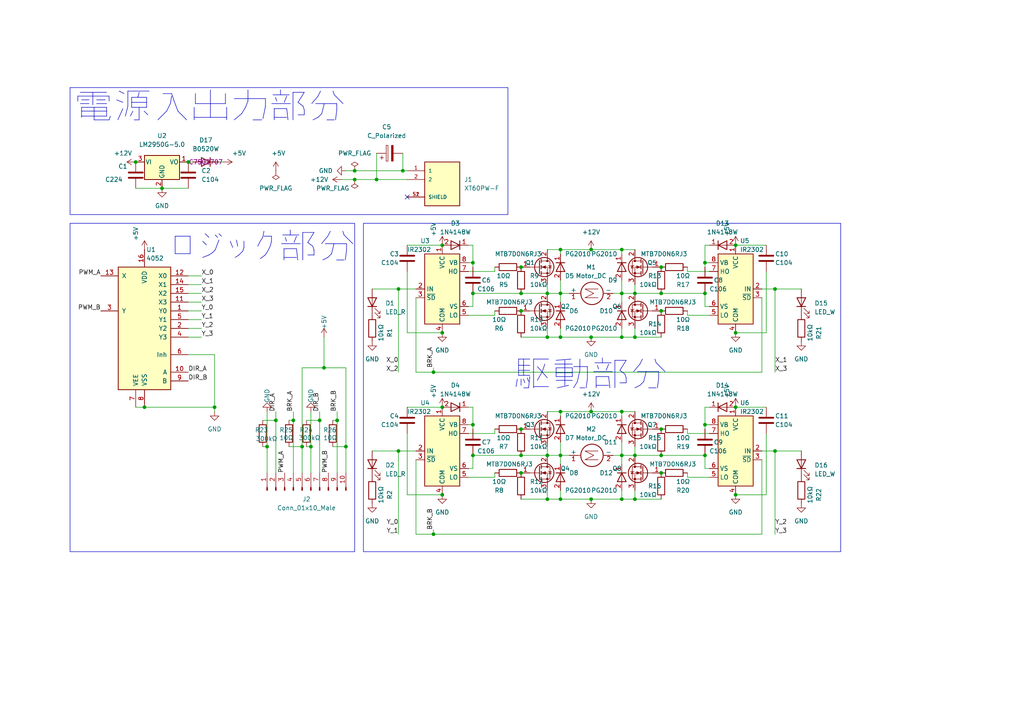
<source format=kicad_sch>
(kicad_sch (version 20250114) (generator "eeschema") (generator_version "9.0")
  (paper "A4")
  (lib_symbols
    (symbol "4xxx:4052" (pin_names (offset 1.016))
      (property "Reference" "U" (at -7.62 19.05 0))
      (property "Value" "4052" (at -7.62 -19.05 0))
      (symbol "4052_1_0"
        (pin passive line (at -12.7 15.24 0) (length 5.08) (name "X0") (number "12"))
        (pin passive line (at -12.7 12.7 0) (length 5.08) (name "X1") (number "14"))
        (pin passive line (at -12.7 10.16 0) (length 5.08) (name "X2") (number "15"))
        (pin passive line (at -12.7 7.62 0) (length 5.08) (name "X3") (number "11"))
        (pin passive line (at -12.7 5.08 0) (length 5.08) (name "Y0") (number "1"))
        (pin passive line (at -12.7 2.54 0) (length 5.08) (name "Y1") (number "5"))
        (pin passive line (at -12.7 0 0) (length 5.08) (name "Y2") (number "2"))
        (pin passive line (at -12.7 -2.54 0) (length 5.08) (name "Y3") (number "4"))
        (pin input line (at -12.7 -7.62 0) (length 5.08) (name "Inh") (number "6"))
        (pin input line (at -12.7 -12.7 0) (length 5.08) (name "A") (number "10"))
        (pin input line (at -12.7 -15.24 0) (length 5.08) (name "B") (number "9"))
        (pin power_in line (at 0 22.86 270) (length 5.08) (name "VDD") (number "16"))
        (pin power_in line (at 0 -22.86 90) (length 5.08) (name "VSS") (number "8"))
        (pin power_in line (at 2.54 -22.86 90) (length 5.08) (name "VEE") (number "7"))
        (pin passive line (at 12.7 15.24 180) (length 5.08) (name "X") (number "13"))
        (pin passive line (at 12.7 5.08 180) (length 5.08) (name "Y") (number "3"))
      )
    )
    (symbol "Connector:Conn_01x10_Male" (pin_names (offset 1.016) (hide yes))
      (property "Reference" "J" (at 0 12.7 0))
      (property "Value" "Conn_01x10_Male" (at 0 -15.24 0))
      (symbol "Conn_01x10_Male_1_1"
        (pin passive line (at 5.08 10.16 180) (length 3.81) (name "Pin_1") (number "1"))
        (pin passive line (at 5.08 7.62 180) (length 3.81) (name "Pin_2") (number "2"))
        (pin passive line (at 5.08 5.08 180) (length 3.81) (name "Pin_3") (number "3"))
        (pin passive line (at 5.08 2.54 180) (length 3.81) (name "Pin_4") (number "4"))
        (pin passive line (at 5.08 0 180) (length 3.81) (name "Pin_5") (number "5"))
        (pin passive line (at 5.08 -2.54 180) (length 3.81) (name "Pin_6") (number "6"))
        (pin passive line (at 5.08 -5.08 180) (length 3.81) (name "Pin_7") (number "7"))
        (pin passive line (at 5.08 -7.62 180) (length 3.81) (name "Pin_8") (number "8"))
        (pin passive line (at 5.08 -10.16 180) (length 3.81) (name "Pin_9") (number "9"))
        (pin passive line (at 5.08 -12.7 180) (length 3.81) (name "Pin_10") (number "10"))
      )
    )
    (symbol "D_1" (pin_names (offset 1.016) (hide yes))
      (property "Reference" "D" (at 0 2.54 0))
      (property "Value" "D_1" (at 0 -2.54 0))
      (symbol "D_1_1_1"
        (pin passive line (at -3.81 0 0) (length 2.54) (name "K") (number "1"))
        (pin passive line (at 3.81 0 180) (length 2.54) (name "A") (number "2"))
      )
    )
    (symbol "D_2" (pin_numbers (hide yes)) (pin_names (offset 1.016) (hide yes))
      (property "Reference" "D" (at 0 2.54 0))
      (property "Value" "D" (at 0 -2.54 0))
      (symbol "D_2_1_1"
        (pin passive line (at -3.81 0 0) (length 2.54) (name "K") (number "1"))
        (pin passive line (at 3.81 0 180) (length 2.54) (name "A") (number "2"))
      )
    )
    (symbol "Device:C" (pin_numbers (hide yes)) (pin_names (offset 0.254))
      (property "Reference" "C" (at 0.635 2.54 0))
      (property "Value" "C" (at 0.635 -2.54 0))
      (symbol "C_1_1"
        (pin passive line (at 0 3.81 270) (length 2.794) (name "~") (number "1"))
        (pin passive line (at 0 -3.81 90) (length 2.794) (name "~") (number "2"))
      )
    )
    (symbol "Device:C_Polarized" (pin_numbers (hide yes)) (pin_names (offset 0.254))
      (property "Reference" "C" (at 0.635 2.54 0))
      (property "Value" "C_Polarized" (at 0.635 -2.54 0))
      (symbol "C_Polarized_1_1"
        (pin passive line (at 0 3.81 270) (length 2.794) (name "~") (number "1"))
        (pin passive line (at 0 -3.81 90) (length 2.794) (name "~") (number "2"))
      )
    )
    (symbol "Device:D" (pin_names (offset 1.016) (hide yes))
      (property "Reference" "D" (at 0 2.54 0))
      (property "Value" "D" (at 0 -2.54 0))
      (symbol "D_1_1"
        (pin passive line (at -3.81 0 0) (length 2.54) (name "K") (number "1"))
        (pin passive line (at 3.81 0 180) (length 2.54) (name "A") (number "2"))
      )
    )
    (symbol "Device:LED" (pin_numbers (hide yes)) (pin_names (offset 1.016) (hide yes))
      (property "Reference" "D" (at 0 2.54 0))
      (property "Value" "LED" (at 0 -2.54 0))
      (symbol "LED_1_1"
        (pin passive line (at -3.81 0 0) (length 2.54) (name "K") (number "1"))
        (pin passive line (at 3.81 0 180) (length 2.54) (name "A") (number "2"))
      )
    )
    (symbol "Device:Q_NMOS_GDS" (pin_names (offset 0) (hide yes))
      (property "Reference" "Q" (at 5.08 1.27 0))
      (property "Value" "Q_NMOS_GDS" (at 5.08 -1.27 0))
      (symbol "Q_NMOS_GDS_1_1"
        (pin input line (at -5.08 0 0) (length 2.54) (name "G") (number "1"))
        (pin passive line (at 2.54 5.08 270) (length 2.54) (name "D") (number "2"))
        (pin passive line (at 2.54 -5.08 90) (length 2.54) (name "S") (number "3"))
      )
    )
    (symbol "Device:R" (pin_numbers (hide yes)) (pin_names (offset 0))
      (property "Reference" "R" (at 2.032 0 90))
      (property "Value" "R" (at 0 0 90))
      (symbol "R_1_1"
        (pin passive line (at 0 3.81 270) (length 1.27) (name "~") (number "1"))
        (pin passive line (at 0 -3.81 90) (length 1.27) (name "~") (number "2"))
      )
    )
    (symbol "Driver_FET:IR2302"
      (property "Reference" "U" (at 1.27 13.335 0))
      (property "Value" "IR2302" (at 1.27 11.43 0))
      (symbol "IR2302_1_1"
        (pin input line (at -7.62 0 0) (length 2.54) (name "IN") (number "2"))
        (pin input line (at -7.62 -2.54 0) (length 2.54) (name "~{SD}") (number "3"))
        (pin power_in line (at 0 12.7 270) (length 2.54) (name "VCC") (number "1"))
        (pin power_in line (at 0 -12.7 90) (length 2.54) (name "COM") (number "4"))
        (pin passive line (at 7.62 7.62 180) (length 2.54) (name "VB") (number "8"))
        (pin output line (at 7.62 5.08 180) (length 2.54) (name "HO") (number "7"))
        (pin passive line (at 7.62 -5.08 180) (length 2.54) (name "VS") (number "6"))
        (pin output line (at 7.62 -7.62 180) (length 2.54) (name "LO") (number "5"))
      )
    )
    (symbol "Motor:Motor_DC" (pin_names (offset 0))
      (property "Reference" "M" (at 2.54 2.54 0))
      (property "Value" "Motor_DC" (at 2.54 -5.08 0))
      (symbol "Motor_DC_1_1"
        (pin passive line (at 0 5.08 270) (length 2.54) (name "+") (number "1"))
        (pin passive line (at 0 -7.62 90) (length 2.54) (name "-") (number "2"))
      )
    )
    (symbol "Regulator_Linear:LM2936-5.0_TO92" (pin_names (offset 0.254))
      (property "Reference" "U" (at -3.81 3.175 0))
      (property "Value" "LM2936-5.0_TO92" (at 0 3.175 0))
      (symbol "LM2936-5.0_TO92_1_1"
        (pin power_in line (at -7.62 0 0) (length 2.54) (name "VI") (number "3"))
        (pin power_in line (at 0 -7.62 90) (length 2.54) (name "GND") (number "2"))
        (pin power_out line (at 7.62 0 180) (length 2.54) (name "VO") (number "1"))
      )
    )
    (symbol "XT60PW-F:XT60PW-F" (pin_names (offset 1.016))
      (property "Reference" "J" (at -5.08 6.35 0))
      (property "Value" "XT60PW-F" (at -5.08 -8.89 0))
      (symbol "XT60PW-F_0_0"
        (pin passive line (at -10.16 2.54 0) (length 5.08) (name "1") (number "1"))
        (pin passive line (at -10.16 0 0) (length 5.08) (name "2") (number "2"))
        (pin passive line (at -10.16 -5.08 0) (length 5.08) (name "SHIELD") (number "S1"))
        (pin passive line (at -10.16 -5.08 0) (length 5.08) (name "SHIELD") (number "S2"))
      )
    )
    (symbol "power:+12V" (power) (pin_names (offset 0))
      (property "Value" "+12V" (at 0 3.556 0))
      (symbol "+12V_1_1"
        (pin power_in line (at 0 0 90) (length 0) (hide yes) (name "+12V") (number "1"))
      )
    )
    (symbol "power:+5V" (power) (pin_names (offset 0))
      (property "Value" "+5V" (at 0 3.556 0))
      (symbol "+5V_1_1"
        (pin power_in line (at 0 0 90) (length 0) (hide yes) (name "+5V") (number "1"))
      )
    )
    (symbol "power:GND" (power) (pin_names (offset 0))
      (property "Value" "GND" (at 0 -3.81 0))
      (symbol "GND_1_1"
        (pin power_in line (at 0 0 270) (length 0) (hide yes) (name "GND") (number "1"))
      )
    )
    (symbol "power:PWR_FLAG" (power) (pin_numbers (hide yes)) (pin_names (offset 0) (hide yes))
      (property "Value" "PWR_FLAG" (at 0 3.81 0))
      (symbol "PWR_FLAG_0_0"
        (pin power_out line (at 0 0 90) (length 0) (name "pwr") (number "1"))
      )
    )
  )
  (rectangle (start 20.32 25.4) (end 147.32 62.23))
  (rectangle (start 105.41 64.77) (end 243.84 160.02))
  (rectangle (start 20.32 64.77) (end 102.87 160.02))
  (text "ロジック部分" (at 76.2 72.136 0) (effects (font (size 7.62 7.62))))
  (text "駆動部分" (at 171.45 109.22 0) (effects (font (size 7.62 7.62))))
  (text "電源入出力部分" (at 61.214 31.496 0) (effects (font (size 7.62 7.62))))
  (junction (at 171.45 97.79))
  (junction (at 158.75 97.79))
  (junction (at 162.56 85.09))
  (junction (at 180.34 144.78))
  (junction (at 41.91 118.11))
  (junction (at 180.34 119.38))
  (junction (at 162.56 144.78))
  (junction (at 158.75 144.78))
  (junction (at 151.13 132.08))
  (junction (at 204.47 132.08))
  (junction (at 137.16 132.08))
  (junction (at 62.23 118.11))
  (junction (at 125.73 154.94))
  (junction (at 93.98 106.68))
  (junction (at 92.71 121.92))
  (junction (at 162.56 72.39))
  (junction (at 102.87 49.53))
  (junction (at 171.45 72.39))
  (junction (at 162.56 132.08))
  (junction (at 77.47 129.54))
  (junction (at 184.15 85.09))
  (junction (at 137.16 123.19))
  (junction (at 128.27 71.12))
  (junction (at 54.61 46.99))
  (junction (at 204.47 85.09))
  (junction (at 115.57 83.82))
  (junction (at 80.01 121.92))
  (junction (at 213.36 143.51))
  (junction (at 191.77 132.08))
  (junction (at 102.87 52.07))
  (junction (at 191.77 90.17))
  (junction (at 191.77 124.46))
  (junction (at 180.34 132.08))
  (junction (at 180.34 97.79))
  (junction (at 224.79 83.82))
  (junction (at 191.77 77.47))
  (junction (at 184.15 144.78))
  (junction (at 213.36 118.11))
  (junction (at 158.75 132.08))
  (junction (at 151.13 124.46))
  (junction (at 85.09 121.92))
  (junction (at 213.36 71.12))
  (junction (at 180.34 72.39))
  (junction (at 115.57 130.81))
  (junction (at 87.63 129.54))
  (junction (at 158.75 85.09))
  (junction (at 204.47 123.19))
  (junction (at 162.56 97.79))
  (junction (at 180.34 85.09))
  (junction (at 171.45 119.38))
  (junction (at 128.27 96.52))
  (junction (at 162.56 119.38))
  (junction (at 151.13 85.09))
  (junction (at 224.79 130.81))
  (junction (at 100.33 129.54))
  (junction (at 204.47 76.2))
  (junction (at 39.37 46.99))
  (junction (at 128.27 118.11))
  (junction (at 171.45 144.78))
  (junction (at 97.79 121.92))
  (junction (at 191.77 85.09))
  (junction (at 90.17 129.54))
  (junction (at 128.27 143.51))
  (junction (at 151.13 137.16))
  (junction (at 184.15 97.79))
  (junction (at 137.16 76.2))
  (junction (at 184.15 132.08))
  (junction (at 137.16 85.09))
  (junction (at 109.22 52.07))
  (junction (at 191.77 137.16))
  (junction (at 116.84 49.53))
  (junction (at 125.73 107.95))
  (junction (at 213.36 96.52))
  (junction (at 151.13 77.47))
  (junction (at 46.99 54.61))
  (junction (at 151.13 90.17))
  (no_connect (at 118.11 57.15))
  (wire (pts (xy 88.9 121.92) (xy 92.71 121.92)))
  (wire (pts (xy 158.75 85.09) (xy 162.56 85.09)))
  (wire (pts (xy 184.15 142.24) (xy 184.15 144.78)))
  (wire (pts (xy 205.74 118.11) (xy 204.47 118.11)))
  (wire (pts (xy 184.15 97.79) (xy 191.77 97.79)))
  (wire (pts (xy 204.47 118.11) (xy 204.47 123.19)))
  (wire (pts (xy 58.42 80.01) (xy 54.61 80.01)))
  (wire (pts (xy 162.56 81.28) (xy 162.56 85.09)))
  (wire (pts (xy 137.16 76.2) (xy 137.16 77.47)))
  (wire (pts (xy 135.89 123.19) (xy 137.16 123.19)))
  (wire (pts (xy 137.16 118.11) (xy 137.16 123.19)))
  (wire (pts (xy 100.33 129.54) (xy 100.33 137.16)))
  (wire (pts (xy 137.16 135.89) (xy 137.16 132.08)))
  (wire (pts (xy 180.34 132.08) (xy 184.15 132.08)))
  (wire (pts (xy 158.75 97.79) (xy 162.56 97.79)))
  (wire (pts (xy 120.65 86.36) (xy 120.65 107.95)))
  (wire (pts (xy 205.74 123.19) (xy 204.47 123.19)))
  (wire (pts (xy 118.11 118.11) (xy 128.27 118.11)))
  (wire (pts (xy 55.88 46.99) (xy 54.61 46.99)))
  (wire (pts (xy 205.74 125.73) (xy 199.39 125.73)))
  (wire (pts (xy 76.2 121.92) (xy 80.01 121.92)))
  (wire (pts (xy 177.8 132.08) (xy 180.34 132.08)))
  (wire (pts (xy 204.47 88.9) (xy 204.47 85.09)))
  (wire (pts (xy 102.87 52.07) (xy 109.22 52.07)))
  (wire (pts (xy 162.56 128.27) (xy 162.56 132.08)))
  (wire (pts (xy 205.74 91.44) (xy 199.39 91.44)))
  (wire (pts (xy 180.34 132.08) (xy 180.34 134.62)))
  (wire (pts (xy 205.74 71.12) (xy 204.47 71.12)))
  (wire (pts (xy 102.87 49.53) (xy 116.84 49.53)))
  (wire (pts (xy 158.75 82.55) (xy 158.75 85.09)))
  (wire (pts (xy 97.79 119.38) (xy 97.79 121.92)))
  (wire (pts (xy 58.42 82.55) (xy 54.61 82.55)))
  (wire (pts (xy 224.79 83.82) (xy 232.41 83.82)))
  (wire (pts (xy 184.15 95.25) (xy 184.15 97.79)))
  (wire (pts (xy 158.75 95.25) (xy 158.75 97.79)))
  (wire (pts (xy 87.63 106.68) (xy 93.98 106.68)))
  (wire (pts (xy 46.99 54.61) (xy 54.61 54.61)))
  (wire (pts (xy 137.16 123.19) (xy 137.16 124.46)))
  (wire (pts (xy 93.98 97.79) (xy 93.98 106.68)))
  (wire (pts (xy 177.8 85.09) (xy 180.34 85.09)))
  (wire (pts (xy 107.95 130.81) (xy 115.57 130.81)))
  (wire (pts (xy 96.52 121.92) (xy 97.79 121.92)))
  (wire (pts (xy 162.56 72.39) (xy 171.45 72.39)))
  (wire (pts (xy 135.89 71.12) (xy 137.16 71.12)))
  (wire (pts (xy 137.16 85.09) (xy 151.13 85.09)))
  (wire (pts (xy 180.34 97.79) (xy 184.15 97.79)))
  (wire (pts (xy 162.56 132.08) (xy 162.56 134.62)))
  (wire (pts (xy 135.89 78.74) (xy 143.51 78.74)))
  (wire (pts (xy 115.57 130.81) (xy 120.65 130.81)))
  (wire (pts (xy 118.11 96.52) (xy 128.27 96.52)))
  (wire (pts (xy 205.74 78.74) (xy 199.39 78.74)))
  (wire (pts (xy 213.36 71.12) (xy 222.25 71.12)))
  (wire (pts (xy 180.34 72.39) (xy 184.15 72.39)))
  (wire (pts (xy 151.13 144.78) (xy 158.75 144.78)))
  (wire (pts (xy 135.89 138.43) (xy 143.51 138.43)))
  (wire (pts (xy 224.79 130.81) (xy 224.79 154.94)))
  (wire (pts (xy 92.71 121.92) (xy 92.71 137.16)))
  (wire (pts (xy 64.77 46.99) (xy 63.5 46.99)))
  (wire (pts (xy 224.79 83.82) (xy 224.79 107.95)))
  (wire (pts (xy 184.15 85.09) (xy 191.77 85.09)))
  (wire (pts (xy 204.47 85.09) (xy 191.77 85.09)))
  (wire (pts (xy 171.45 97.79) (xy 180.34 97.79)))
  (wire (pts (xy 143.51 138.43) (xy 143.51 137.16)))
  (wire (pts (xy 158.75 144.78) (xy 162.56 144.78)))
  (wire (pts (xy 204.47 123.19) (xy 204.47 124.46)))
  (wire (pts (xy 162.56 119.38) (xy 162.56 120.65)))
  (wire (pts (xy 115.57 83.82) (xy 115.57 107.95)))
  (wire (pts (xy 222.25 143.51) (xy 213.36 143.51)))
  (wire (pts (xy 97.79 121.92) (xy 97.79 137.16)))
  (wire (pts (xy 171.45 72.39) (xy 180.34 72.39)))
  (wire (pts (xy 80.01 119.38) (xy 80.01 121.92)))
  (wire (pts (xy 162.56 85.09) (xy 162.56 87.63)))
  (wire (pts (xy 77.47 119.38) (xy 77.47 129.54)))
  (wire (pts (xy 137.16 88.9) (xy 135.89 88.9)))
  (wire (pts (xy 92.71 119.38) (xy 92.71 121.92)))
  (wire (pts (xy 116.84 49.53) (xy 118.11 49.53)))
  (wire (pts (xy 162.56 95.25) (xy 162.56 97.79)))
  (wire (pts (xy 99.06 52.07) (xy 102.87 52.07)))
  (wire (pts (xy 39.37 54.61) (xy 46.99 54.61)))
  (wire (pts (xy 162.56 142.24) (xy 162.56 144.78)))
  (wire (pts (xy 204.47 88.9) (xy 205.74 88.9)))
  (wire (pts (xy 120.65 83.82) (xy 115.57 83.82)))
  (wire (pts (xy 158.75 129.54) (xy 158.75 132.08)))
  (wire (pts (xy 62.23 102.87) (xy 62.23 118.11)))
  (wire (pts (xy 162.56 119.38) (xy 171.45 119.38)))
  (wire (pts (xy 58.42 92.71) (xy 54.61 92.71)))
  (wire (pts (xy 54.61 102.87) (xy 62.23 102.87)))
  (wire (pts (xy 85.09 119.38) (xy 85.09 121.92)))
  (wire (pts (xy 162.56 132.08) (xy 165.1 132.08)))
  (wire (pts (xy 83.82 121.92) (xy 85.09 121.92)))
  (wire (pts (xy 116.84 44.45) (xy 116.84 49.53)))
  (wire (pts (xy 58.42 90.17) (xy 54.61 90.17)))
  (wire (pts (xy 220.98 130.81) (xy 224.79 130.81)))
  (wire (pts (xy 120.65 107.95) (xy 125.73 107.95)))
  (wire (pts (xy 199.39 91.44) (xy 199.39 90.17)))
  (wire (pts (xy 118.11 78.74) (xy 118.11 96.52)))
  (wire (pts (xy 158.75 72.39) (xy 162.56 72.39)))
  (wire (pts (xy 180.34 95.25) (xy 180.34 97.79)))
  (wire (pts (xy 87.63 106.68) (xy 87.63 129.54)))
  (wire (pts (xy 88.9 129.54) (xy 90.17 129.54)))
  (wire (pts (xy 213.36 118.11) (xy 222.25 118.11)))
  (wire (pts (xy 143.51 91.44) (xy 143.51 90.17)))
  (wire (pts (xy 222.25 78.74) (xy 222.25 96.52)))
  (wire (pts (xy 151.13 132.08) (xy 158.75 132.08)))
  (wire (pts (xy 180.34 128.27) (xy 180.34 132.08)))
  (wire (pts (xy 162.56 144.78) (xy 171.45 144.78)))
  (wire (pts (xy 204.47 135.89) (xy 204.47 132.08)))
  (wire (pts (xy 135.89 125.73) (xy 143.51 125.73)))
  (wire (pts (xy 158.75 142.24) (xy 158.75 144.78)))
  (wire (pts (xy 115.57 130.81) (xy 115.57 154.94)))
  (wire (pts (xy 135.89 76.2) (xy 137.16 76.2)))
  (wire (pts (xy 62.23 118.11) (xy 41.91 118.11)))
  (wire (pts (xy 220.98 107.95) (xy 220.98 86.36)))
  (wire (pts (xy 87.63 129.54) (xy 87.63 137.16)))
  (wire (pts (xy 199.39 138.43) (xy 199.39 137.16)))
  (wire (pts (xy 137.16 88.9) (xy 137.16 85.09)))
  (wire (pts (xy 199.39 125.73) (xy 199.39 124.46)))
  (wire (pts (xy 80.01 121.92) (xy 80.01 137.16)))
  (wire (pts (xy 100.33 49.53) (xy 102.87 49.53)))
  (wire (pts (xy 222.25 125.73) (xy 222.25 143.51)))
  (wire (pts (xy 171.45 119.38) (xy 180.34 119.38)))
  (wire (pts (xy 77.47 129.54) (xy 77.47 137.16)))
  (wire (pts (xy 41.91 118.11) (xy 39.37 118.11)))
  (wire (pts (xy 120.65 154.94) (xy 125.73 154.94)))
  (wire (pts (xy 180.34 119.38) (xy 180.34 120.65)))
  (wire (pts (xy 137.16 71.12) (xy 137.16 76.2)))
  (wire (pts (xy 118.11 71.12) (xy 128.27 71.12)))
  (wire (pts (xy 137.16 132.08) (xy 151.13 132.08)))
  (wire (pts (xy 205.74 138.43) (xy 199.39 138.43)))
  (wire (pts (xy 58.42 95.25) (xy 54.61 95.25)))
  (wire (pts (xy 222.25 96.52) (xy 213.36 96.52)))
  (wire (pts (xy 180.34 119.38) (xy 184.15 119.38)))
  (wire (pts (xy 100.33 106.68) (xy 100.33 129.54)))
  (wire (pts (xy 205.74 76.2) (xy 204.47 76.2)))
  (wire (pts (xy 135.89 118.11) (xy 137.16 118.11)))
  (wire (pts (xy 58.42 97.79) (xy 54.61 97.79)))
  (wire (pts (xy 180.34 85.09) (xy 184.15 85.09)))
  (wire (pts (xy 204.47 76.2) (xy 204.47 77.47)))
  (wire (pts (xy 90.17 119.38) (xy 90.17 129.54)))
  (wire (pts (xy 184.15 129.54) (xy 184.15 132.08)))
  (wire (pts (xy 162.56 85.09) (xy 165.1 85.09)))
  (wire (pts (xy 109.22 44.45) (xy 109.22 52.07)))
  (wire (pts (xy 137.16 135.89) (xy 135.89 135.89)))
  (wire (pts (xy 85.09 121.92) (xy 85.09 137.16)))
  (wire (pts (xy 199.39 78.74) (xy 199.39 77.47)))
  (wire (pts (xy 180.34 144.78) (xy 184.15 144.78)))
  (wire (pts (xy 143.51 125.73) (xy 143.51 124.46)))
  (wire (pts (xy 118.11 125.73) (xy 118.11 143.51)))
  (wire (pts (xy 90.17 129.54) (xy 90.17 137.16)))
  (wire (pts (xy 96.52 129.54) (xy 100.33 129.54)))
  (wire (pts (xy 135.89 91.44) (xy 143.51 91.44)))
  (wire (pts (xy 180.34 81.28) (xy 180.34 85.09)))
  (wire (pts (xy 151.13 97.79) (xy 158.75 97.79)))
  (wire (pts (xy 162.56 97.79) (xy 171.45 97.79)))
  (wire (pts (xy 58.42 85.09) (xy 54.61 85.09)))
  (wire (pts (xy 107.95 83.82) (xy 115.57 83.82)))
  (wire (pts (xy 224.79 130.81) (xy 232.41 130.81)))
  (wire (pts (xy 58.42 87.63) (xy 54.61 87.63)))
  (wire (pts (xy 125.73 153.67) (xy 125.73 154.94)))
  (wire (pts (xy 125.73 106.68) (xy 125.73 107.95)))
  (wire (pts (xy 180.34 142.24) (xy 180.34 144.78)))
  (wire (pts (xy 204.47 71.12) (xy 204.47 76.2)))
  (wire (pts (xy 158.75 119.38) (xy 162.56 119.38)))
  (wire (pts (xy 220.98 83.82) (xy 224.79 83.82)))
  (wire (pts (xy 220.98 154.94) (xy 220.98 133.35)))
  (wire (pts (xy 125.73 154.94) (xy 220.98 154.94)))
  (wire (pts (xy 180.34 72.39) (xy 180.34 73.66)))
  (wire (pts (xy 151.13 85.09) (xy 158.75 85.09)))
  (wire (pts (xy 184.15 132.08) (xy 191.77 132.08)))
  (wire (pts (xy 109.22 52.07) (xy 118.11 52.07)))
  (wire (pts (xy 204.47 135.89) (xy 205.74 135.89)))
  (wire (pts (xy 171.45 144.78) (xy 180.34 144.78)))
  (wire (pts (xy 180.34 85.09) (xy 180.34 87.63)))
  (wire (pts (xy 162.56 72.39) (xy 162.56 73.66)))
  (wire (pts (xy 158.75 132.08) (xy 162.56 132.08)))
  (wire (pts (xy 143.51 78.74) (xy 143.51 77.47)))
  (wire (pts (xy 118.11 143.51) (xy 128.27 143.51)))
  (wire (pts (xy 184.15 144.78) (xy 191.77 144.78)))
  (wire (pts (xy 93.98 106.68) (xy 100.33 106.68)))
  (wire (pts (xy 62.23 119.38) (xy 62.23 118.11)))
  (wire (pts (xy 125.73 107.95) (xy 220.98 107.95)))
  (wire (pts (xy 184.15 82.55) (xy 184.15 85.09)))
  (wire (pts (xy 76.2 129.54) (xy 77.47 129.54)))
  (wire (pts (xy 204.47 132.08) (xy 191.77 132.08)))
  (wire (pts (xy 120.65 133.35) (xy 120.65 154.94)))
  (wire (pts (xy 83.82 129.54) (xy 87.63 129.54)))
  (label "X_2" (at 58.42 85.09 0))
  (label "BRK_A" (at 85.09 119.38 90))
  (label "BRK_B" (at 97.79 119.38 90))
  (label "PWM_A" (at 82.55 137.16 90))
  (label "Y_2" (at 58.42 95.25 0))
  (label "Y_3" (at 224.79 154.94 0))
  (label "Y_3" (at 58.42 97.79 0))
  (label "X_3" (at 58.42 87.63 0))
  (label "X_0" (at 58.42 80.01 0))
  (label "PWM_B" (at 95.25 137.16 90))
  (label "X_0" (at 115.57 105.41 180))
  (label "X_1" (at 58.42 82.55 0))
  (label "X_2" (at 115.57 107.95 180))
  (label "Y_2" (at 224.79 152.4 0))
  (label "X_3" (at 224.79 107.95 0))
  (label "PWM_A" (at 29.21 80.01 180))
  (label "DIR_B" (at 92.71 119.38 90))
  (label "DIR_A" (at 80.01 119.38 90))
  (label "BRK_B" (at 125.73 153.67 90))
  (label "Y_0" (at 58.42 90.17 0))
  (label "PWM_B" (at 29.21 90.17 180))
  (label "Y_1" (at 115.57 154.94 180))
  (label "X_1" (at 224.79 105.41 0))
  (label "DIR_B" (at 54.61 110.49 0))
  (label "Y_1" (at 58.42 92.71 0))
  (label "Y_0" (at 115.57 152.4 180))
  (label "DIR_A" (at 54.61 107.95 0))
  (label "BRK_A" (at 125.73 106.68 90))
  (symbol (lib_id "Device:Q_NMOS_GDS") (at 186.69 137.16 0) (mirror y) (unit 1)
    (property "Reference" "Q8" (at 180.34 135.8899 0) (effects (justify left)))
    (property "Value" "MTB7D0N6RJ3" (at 201.93 134.62 0) (effects (justify left)))
    (property "Footprint" "Package_TO_SOT_SMD:TO-252-2" (effects (hide yes)))
  )
  (symbol (lib_id "power:GND") (at 46.99 54.61 0) (unit 1)
    (property "Reference" "#PWR0120" (effects (hide yes)))
    (property "Value" "GND" (at 46.99 59.69 0))
  )
  (symbol (lib_id "Device:C") (at 222.25 74.93 0) (unit 1)
    (property "Reference" "C10" (at 224.79 73.66 0) (effects (justify left)))
    (property "Value" "C104" (at 224.79 76.2 0) (effects (justify left)))
    (property "Footprint" "Capacitor_SMD:C_0402_1005Metric" (effects (hide yes)))
    (property "LCSC" "C1525" (effects (hide yes)))
  )
  (symbol (lib_id "Device:R") (at 232.41 95.25 180) (unit 1)
    (property "Reference" "R21" (at 237.49 96.52 90))
    (property "Value" "10kΩ" (at 234.95 96.52 90))
    (property "Footprint" "Resistor_SMD:R_0805_2012Metric" (effects (hide yes)))
    (property "LCSC" "C17414" (effects (hide yes)))
  )
  (symbol (lib_id "Device:R") (at 195.58 90.17 270) (mirror x) (unit 1)
    (property "Reference" "R18" (at 198.12 95.25 90))
    (property "Value" "10Ω" (at 198.12 92.71 90))
    (property "Footprint" "Resistor_SMD:R_0805_2012Metric" (effects (hide yes)))
    (property "LCSC" "C17415" (effects (hide yes)))
  )
  (symbol (lib_id "Device:R") (at 83.82 125.73 0) (unit 1)
    (property "Reference" "R25" (at 81.026 124.714 0) (effects (justify left)))
    (property "Value" "10Ω" (at 81.026 127 0) (effects (justify left)))
    (property "Footprint" "LED_SMD:LED_0603_1608Metric" (effects (hide yes)))
    (property "LCSC" "C22859" (effects (hide yes)))
  )
  (symbol (lib_id "Device:C") (at 39.37 50.8 0) (unit 1)
    (property "Reference" "C1" (at 34.29 48.26 0) (effects (justify left)))
    (property "Value" "C224" (at 30.48 52.07 0) (effects (justify left)))
    (property "Footprint" "LED_SMD:LED_0603_1608Metric" (effects (hide yes)))
    (property "LCSC" "C21120" (effects (hide yes)))
  )
  (symbol (lib_id "Device:C") (at 118.11 74.93 0) (unit 1)
    (property "Reference" "C3" (at 113.03 73.66 0) (effects (justify left)))
    (property "Value" "C104" (at 110.49 76.2 0) (effects (justify left)))
    (property "Footprint" "Capacitor_SMD:C_0402_1005Metric" (effects (hide yes)))
    (property "LCSC" "C1525" (effects (hide yes)))
  )
  (symbol (lib_name "D_2") (lib_id "Device:D") (at 59.69 46.99 0) (mirror y) (unit 1)
    (property "Reference" "D17" (at 59.69 40.64 0))
    (property "Value" "B0520W" (at 59.69 43.18 0))
    (property "Footprint" "Diode_SMD:D_SOD-123" (effects (hide yes)))
    (property "Description" "Diode" (effects (hide yes)))
    (property "Sim.Device" "D" (effects (hide yes)))
    (property "Sim.Pins" "1=K 2=A" (effects (hide yes)))
    (property "LCSC" "C7502707" (at 59.69 46.99 0))
  )
  (symbol (lib_id "Device:D") (at 162.56 91.44 270) (unit 1)
    (property "Reference" "D6" (at 165.1 90.1699 90) (effects (justify left)))
    (property "Value" "PG2010" (at 163.83 95.25 90) (effects (justify left)))
    (property "Footprint" "Diode_THT:D_DO-15_P2.54mm_Vertical_AnodeUp" (effects (hide yes)))
  )
  (symbol (lib_id "Device:D") (at 162.56 124.46 270) (unit 1)
    (property "Reference" "D7" (at 163.83 127 90) (effects (justify left)))
    (property "Value" "PG2010" (at 163.83 120.65 90) (effects (justify left)))
    (property "Footprint" "Diode_THT:D_DO-15_P2.54mm_Vertical_AnodeUp" (effects (hide yes)))
  )
  (symbol (lib_id "power:PWR_FLAG") (at 102.87 49.53 0) (unit 1)
    (property "Reference" "#FLG0102" (effects (hide yes)))
    (property "Value" "PWR_FLAG" (at 102.87 44.45 0))
  )
  (symbol (lib_id "Device:LED") (at 107.95 134.62 90) (unit 1)
    (property "Reference" "D2" (at 111.76 134.9374 90) (effects (justify right)))
    (property "Value" "LED_R" (at 111.76 137.4774 90) (effects (justify right)))
    (property "Footprint" "LED_SMD:LED_0603_1608Metric" (effects (hide yes)))
    (property "LCSC" "C2286" (effects (hide yes)))
  )
  (symbol (lib_id "power:GND") (at 213.36 143.51 0) (unit 1)
    (property "Reference" "#PWR0108" (effects (hide yes)))
    (property "Value" "GND" (at 213.36 148.59 0))
  )
  (symbol (lib_id "power:+5V") (at 41.91 72.39 0) (unit 1)
    (property "Reference" "#PWR0122" (effects (hide yes)))
    (property "Value" "+5V" (at 39.37 69.85 90) (effects (justify left)))
  )
  (symbol (lib_id "power:GND") (at 107.95 146.05 0) (unit 1)
    (property "Reference" "#PWR0115" (effects (hide yes)))
    (property "Value" "GND" (at 107.95 151.13 0))
  )
  (symbol (lib_id "Device:C") (at 137.16 128.27 0) (unit 1)
    (property "Reference" "C7" (at 139.7 128.27 0) (effects (justify left)))
    (property "Value" "C106" (at 138.43 130.81 0) (effects (justify left)))
    (property "Footprint" "LED_SMD:LED_0603_1608Metric" (effects (hide yes)))
    (property "LCSC" "C96446" (effects (hide yes)))
  )
  (symbol (lib_id "Device:R") (at 195.58 77.47 270) (mirror x) (unit 1)
    (property "Reference" "R17" (at 198.12 82.55 90))
    (property "Value" "10Ω" (at 198.12 80.01 90))
    (property "Footprint" "Resistor_SMD:R_0805_2012Metric" (effects (hide yes)))
    (property "LCSC" "C17415" (effects (hide yes)))
  )
  (symbol (lib_id "Device:C") (at 137.16 81.28 0) (unit 1)
    (property "Reference" "C6" (at 139.7 81.28 0) (effects (justify left)))
    (property "Value" "C106" (at 138.43 83.82 0) (effects (justify left)))
    (property "Footprint" "LED_SMD:LED_0603_1608Metric" (effects (hide yes)))
    (property "LCSC" "C96446" (effects (hide yes)))
  )
  (symbol (lib_id "power:GND") (at 232.41 99.06 0) (unit 1)
    (property "Reference" "#PWR0104" (effects (hide yes)))
    (property "Value" "GND" (at 232.41 104.14 0))
  )
  (symbol (lib_id "Device:R") (at 191.77 93.98 0) (unit 1)
    (property "Reference" "R14" (at 187.96 93.98 0) (effects (justify left)))
    (property "Value" "10kΩ" (at 185.42 96.52 0) (effects (justify left)))
    (property "Footprint" "Resistor_SMD:R_0805_2012Metric" (effects (hide yes)))
    (property "LCSC" "C17414" (effects (hide yes)))
  )
  (symbol (lib_id "power:GND") (at 213.36 96.52 0) (unit 1)
    (property "Reference" "#PWR0102" (effects (hide yes)))
    (property "Value" "GND" (at 213.36 101.6 0))
  )
  (symbol (lib_id "Driver_FET:IR2302") (at 128.27 83.82 0) (unit 1)
    (property "Reference" "U3" (at 121.92 69.85 0) (effects (justify left)))
    (property "Value" "IR2302" (at 118.11 72.39 0) (effects (justify left)))
    (property "Footprint" "Package_SO:SOIC-8_3.9x4.9mm_P1.27mm" (effects (hide yes)))
    (property "Datasheet" "https://www.infineon.com/dgdl/ir2302.pdf?fileId=5546d462533600a4015355c988b216de" (effects (hide yes)))
  )
  (symbol (lib_id "Device:LED") (at 232.41 134.62 90) (unit 1)
    (property "Reference" "D16" (at 236.22 134.9374 90) (effects (justify right)))
    (property "Value" "LED_W" (at 236.22 137.4774 90) (effects (justify right)))
    (property "Footprint" "LED_SMD:LED_0603_1608Metric" (effects (hide yes)))
    (property "LCSC" "C2290" (effects (hide yes)))
  )
  (symbol (lib_id "power:GND") (at 171.45 97.79 0) (unit 1)
    (property "Reference" "#PWR0113" (effects (hide yes)))
    (property "Value" "GND" (at 171.45 102.87 0))
  )
  (symbol (lib_id "Device:D") (at 162.56 77.47 270) (unit 1)
    (property "Reference" "D5" (at 163.83 80.01 90) (effects (justify left)))
    (property "Value" "PG2010" (at 163.83 73.66 90) (effects (justify left)))
    (property "Footprint" "Diode_THT:D_DO-15_P2.54mm_Vertical_AnodeUp" (effects (hide yes)))
  )
  (symbol (lib_id "Driver_FET:IR2302") (at 213.36 130.81 0) (mirror y) (unit 1)
    (property "Reference" "U6" (at 214.63 116.84 0) (effects (justify right)))
    (property "Value" "IR2302" (at 214.63 119.38 0) (effects (justify right)))
    (property "Footprint" "Package_SO:SOIC-8_3.9x4.9mm_P1.27mm" (effects (hide yes)))
    (property "Datasheet" "https://www.infineon.com/dgdl/ir2302.pdf?fileId=5546d462533600a4015355c988b216de" (effects (hide yes)))
  )
  (symbol (lib_id "Device:R") (at 151.13 81.28 0) (unit 1)
    (property "Reference" "R9" (at 153.67 80.0099 0) (effects (justify left)))
    (property "Value" "10kΩ" (at 153.67 82.5499 0) (effects (justify left)))
    (property "Footprint" "Resistor_SMD:R_0805_2012Metric" (effects (hide yes)))
    (property "LCSC" "C17414" (effects (hide yes)))
  )
  (symbol (lib_id "Device:R") (at 147.32 77.47 90) (unit 1)
    (property "Reference" "R5" (at 146.05 82.55 90))
    (property "Value" "10Ω" (at 146.05 80.01 90))
    (property "Footprint" "Resistor_SMD:R_0805_2012Metric" (effects (hide yes)))
    (property "LCSC" "C17415" (effects (hide yes)))
  )
  (symbol (lib_id "power:+5V") (at 128.27 71.12 0) (unit 1)
    (property "Reference" "#PWR0118" (effects (hide yes)))
    (property "Value" "+5V" (at 125.73 68.58 90) (effects (justify left)))
  )
  (symbol (lib_id "power:+5V") (at 80.01 49.53 0) (unit 1)
    (property "Reference" "#PWR0106" (effects (hide yes)))
    (property "Value" "+5V" (at 78.74 44.45 0) (effects (justify left)))
  )
  (symbol (lib_id "Device:R") (at 88.9 125.73 0) (unit 1)
    (property "Reference" "R24" (at 86.868 124.714 0) (effects (justify left)))
    (property "Value" "300kΩ" (at 86.614 127 0) (effects (justify left)))
    (property "Footprint" "LED_SMD:LED_0603_1608Metric" (effects (hide yes)))
    (property "LCSC" "C23024" (effects (hide yes)))
  )
  (symbol (lib_id "Device:Q_NMOS_GDS") (at 156.21 77.47 0) (unit 1)
    (property "Reference" "Q1" (at 152.4 76.2 0) (effects (justify left)))
    (property "Value" "MTB7D0N6RJ3" (at 143.51 73.66 0) (effects (justify left)))
    (property "Footprint" "Package_TO_SOT_SMD:TO-252-2" (effects (hide yes)))
  )
  (symbol (lib_id "Device:D") (at 180.34 138.43 90) (mirror x) (unit 1)
    (property "Reference" "D12" (at 177.8 137.1599 90) (effects (justify left)))
    (property "Value" "PG2010" (at 179.07 142.24 90) (effects (justify left)))
    (property "Footprint" "Diode_THT:D_DO-15_P2.54mm_Vertical_AnodeUp" (effects (hide yes)))
  )
  (symbol (lib_id "Device:Q_NMOS_GDS") (at 186.69 77.47 0) (mirror y) (unit 1)
    (property "Reference" "Q5" (at 190.5 76.2 0) (effects (justify left)))
    (property "Value" "MTB7D0N6RJ3" (at 199.39 73.66 0) (effects (justify left)))
    (property "Footprint" "Package_TO_SOT_SMD:TO-252-2" (effects (hide yes)))
  )
  (symbol (lib_id "Device:D") (at 180.34 124.46 90) (mirror x) (unit 1)
    (property "Reference" "D11" (at 179.07 128.27 90) (effects (justify left)))
    (property "Value" "PG2010" (at 179.07 120.65 90) (effects (justify left)))
    (property "Footprint" "Diode_THT:D_DO-15_P2.54mm_Vertical_AnodeUp" (effects (hide yes)))
  )
  (symbol (lib_id "Device:D") (at 180.34 77.47 90) (mirror x) (unit 1)
    (property "Reference" "D9" (at 179.07 81.28 90) (effects (justify left)))
    (property "Value" "PG2010" (at 179.07 73.66 90) (effects (justify left)))
    (property "Footprint" "Diode_THT:D_DO-15_P2.54mm_Vertical_AnodeUp" (effects (hide yes)))
  )
  (symbol (lib_id "Motor:Motor_DC") (at 170.18 132.08 90) (unit 1)
    (property "Reference" "M2" (at 171.45 124.46 90))
    (property "Value" "Motor_DC" (at 171.45 127 90))
    (property "Footprint" "snapEDA:AMASS_XT60PW-M" (effects (hide yes)))
  )
  (symbol (lib_id "Device:Q_NMOS_GDS") (at 186.69 124.46 0) (mirror y) (unit 1)
    (property "Reference" "Q7" (at 190.5 123.19 0) (effects (justify left)))
    (property "Value" "MTB7D0N6RJ3" (at 199.39 120.65 0) (effects (justify left)))
    (property "Footprint" "Package_TO_SOT_SMD:TO-252-2" (effects (hide yes)))
  )
  (symbol (lib_id "Device:Q_NMOS_GDS") (at 156.21 90.17 0) (unit 1)
    (property "Reference" "Q2" (at 162.56 88.8999 0) (effects (justify left)))
    (property "Value" "MTB7D0N6RJ3" (at 140.97 87.63 0) (effects (justify left)))
    (property "Footprint" "Package_TO_SOT_SMD:TO-252-2" (effects (hide yes)))
  )
  (symbol (lib_id "power:+12V") (at 39.37 46.99 90) (unit 1)
    (property "Reference" "#PWR0121" (effects (hide yes)))
    (property "Value" "+12V" (at 33.02 44.45 90) (effects (justify right)))
  )
  (symbol (lib_id "power:PWR_FLAG") (at 80.01 49.53 180) (unit 1)
    (property "Reference" "#FLG0101" (effects (hide yes)))
    (property "Value" "PWR_FLAG" (at 80.01 54.61 0))
  )
  (symbol (lib_id "Device:LED") (at 232.41 87.63 90) (unit 1)
    (property "Reference" "D15" (at 236.22 87.9474 90) (effects (justify right)))
    (property "Value" "LED_W" (at 236.22 90.4874 90) (effects (justify right)))
    (property "Footprint" "LED_SMD:LED_0603_1608Metric" (effects (hide yes)))
    (property "LCSC" "C2290" (effects (hide yes)))
  )
  (symbol (lib_id "Device:R") (at 147.32 90.17 90) (unit 1)
    (property "Reference" "R6" (at 144.78 95.25 90))
    (property "Value" "10Ω" (at 144.78 92.71 90))
    (property "Footprint" "Resistor_SMD:R_0805_2012Metric" (effects (hide yes)))
    (property "LCSC" "C17415" (effects (hide yes)))
  )
  (symbol (lib_name "D_1") (lib_id "Device:D") (at 209.55 71.12 0) (unit 1)
    (property "Reference" "D13" (at 209.55 64.77 0))
    (property "Value" "1N4148W" (at 209.55 67.31 0))
    (property "Footprint" "Diode_SMD:D_SOD-123" (effects (hide yes)))
    (property "LCSC" "C81598" (effects (hide yes)))
  )
  (symbol (lib_id "Driver_FET:IR2302") (at 128.27 130.81 0) (unit 1)
    (property "Reference" "U4" (at 121.92 116.84 0) (effects (justify left)))
    (property "Value" "IR2302" (at 118.11 119.38 0) (effects (justify left)))
    (property "Footprint" "Package_SO:SOIC-8_3.9x4.9mm_P1.27mm" (effects (hide yes)))
    (property "Datasheet" "https://www.infineon.com/dgdl/ir2302.pdf?fileId=5546d462533600a4015355c988b216de" (effects (hide yes)))
  )
  (symbol (lib_id "power:GND") (at 171.45 144.78 0) (unit 1)
    (property "Reference" "#PWR0107" (effects (hide yes)))
    (property "Value" "GND" (at 171.45 149.86 0))
  )
  (symbol (lib_id "Device:R") (at 191.77 81.28 0) (unit 1)
    (property "Reference" "R13" (at 187.96 80.01 0) (effects (justify left)))
    (property "Value" "10kΩ" (at 185.42 82.55 0) (effects (justify left)))
    (property "Footprint" "Resistor_SMD:R_0805_2012Metric" (effects (hide yes)))
    (property "LCSC" "C17414" (effects (hide yes)))
  )
  (symbol (lib_id "Connector:Conn_01x10_Male") (at 87.63 142.24 90) (unit 1)
    (property "Reference" "J2" (at 88.9 144.78 90))
    (property "Value" "Conn_01x10_Male" (at 88.9 147.32 90))
    (property "Footprint" "test:newindia_foot" (effects (hide yes)))
  )
  (symbol (lib_id "Device:R") (at 147.32 137.16 90) (unit 1)
    (property "Reference" "R8" (at 144.78 142.24 90))
    (property "Value" "10Ω" (at 144.78 139.7 90))
    (property "Footprint" "Resistor_SMD:R_0805_2012Metric" (effects (hide yes)))
    (property "LCSC" "C17415" (effects (hide yes)))
  )
  (symbol (lib_id "Device:D") (at 180.34 91.44 90) (mirror x) (unit 1)
    (property "Reference" "D10" (at 177.8 90.1699 90) (effects (justify left)))
    (property "Value" "PG2010" (at 179.07 95.25 90) (effects (justify left)))
    (property "Footprint" "Diode_THT:D_DO-15_P2.54mm_Vertical_AnodeUp" (effects (hide yes)))
  )
  (symbol (lib_id "Driver_FET:IR2302") (at 213.36 83.82 0) (mirror y) (unit 1)
    (property "Reference" "U5" (at 214.63 69.85 0) (effects (justify right)))
    (property "Value" "IR2302" (at 214.63 72.39 0) (effects (justify right)))
    (property "Footprint" "Package_SO:SOIC-8_3.9x4.9mm_P1.27mm" (effects (hide yes)))
    (property "Datasheet" "https://www.infineon.com/dgdl/ir2302.pdf?fileId=5546d462533600a4015355c988b216de" (effects (hide yes)))
  )
  (symbol (lib_id "Device:Q_NMOS_GDS") (at 156.21 137.16 0) (unit 1)
    (property "Reference" "Q4" (at 162.56 135.8899 0) (effects (justify left)))
    (property "Value" "MTB7D0N6RJ3" (at 140.97 134.62 0) (effects (justify left)))
    (property "Footprint" "Package_TO_SOT_SMD:TO-252-2" (effects (hide yes)))
  )
  (symbol (lib_id "power:GND") (at 128.27 96.52 0) (unit 1)
    (property "Reference" "#PWR0116" (effects (hide yes)))
    (property "Value" "GND" (at 128.27 101.6 0))
  )
  (symbol (lib_id "power:GND") (at 128.27 143.51 0) (unit 1)
    (property "Reference" "#PWR0114" (effects (hide yes)))
    (property "Value" "GND" (at 128.27 148.59 0))
  )
  (symbol (lib_id "Device:R") (at 232.41 142.24 180) (unit 1)
    (property "Reference" "R22" (at 237.49 143.51 90))
    (property "Value" "10kΩ" (at 234.95 143.51 90))
    (property "Footprint" "Resistor_SMD:R_0805_2012Metric" (effects (hide yes)))
    (property "LCSC" "C17414" (effects (hide yes)))
  )
  (symbol (lib_id "power:+5V") (at 128.27 118.11 0) (unit 1)
    (property "Reference" "#PWR0117" (effects (hide yes)))
    (property "Value" "+5V" (at 125.73 115.57 90) (effects (justify left)))
  )
  (symbol (lib_id "Device:R") (at 195.58 124.46 270) (mirror x) (unit 1)
    (property "Reference" "R19" (at 198.12 129.54 90))
    (property "Value" "10Ω" (at 198.12 127 90))
    (property "Footprint" "Resistor_SMD:R_0805_2012Metric" (effects (hide yes)))
    (property "LCSC" "C17415" (effects (hide yes)))
  )
  (symbol (lib_id "power:GND") (at 100.33 49.53 270) (unit 1)
    (property "Reference" "#PWR0111" (effects (hide yes)))
    (property "Value" "GND" (at 96.52 49.5299 90) (effects (justify right)))
  )
  (symbol (lib_id "power:GND") (at 90.17 119.38 180) (unit 1)
    (property "Reference" "#PWR0125" (effects (hide yes)))
    (property "Value" "GND" (at 90.17 116.84 90) (effects (justify right)))
  )
  (symbol (lib_id "Device:C") (at 118.11 121.92 0) (unit 1)
    (property "Reference" "C4" (at 113.03 120.65 0) (effects (justify left)))
    (property "Value" "C104" (at 110.49 123.19 0) (effects (justify left)))
    (property "Footprint" "Capacitor_SMD:C_0402_1005Metric" (effects (hide yes)))
    (property "LCSC" "C1525" (effects (hide yes)))
  )
  (symbol (lib_id "Device:D") (at 162.56 138.43 270) (unit 1)
    (property "Reference" "D8" (at 165.1 137.1599 90) (effects (justify left)))
    (property "Value" "PG2010" (at 163.83 142.24 90) (effects (justify left)))
    (property "Footprint" "Diode_THT:D_DO-15_P2.54mm_Vertical_AnodeUp" (effects (hide yes)))
  )
  (symbol (lib_id "Device:LED") (at 107.95 87.63 90) (unit 1)
    (property "Reference" "D1" (at 111.76 87.9474 90) (effects (justify right)))
    (property "Value" "LED_R" (at 111.76 90.4874 90) (effects (justify right)))
    (property "Footprint" "LED_SMD:LED_0603_1608Metric" (effects (hide yes)))
    (property "LCSC" "C2286" (effects (hide yes)))
  )
  (symbol (lib_id "Device:R") (at 191.77 128.27 0) (unit 1)
    (property "Reference" "R15" (at 187.96 127 0) (effects (justify left)))
    (property "Value" "10kΩ" (at 185.42 129.54 0) (effects (justify left)))
    (property "Footprint" "Resistor_SMD:R_0805_2012Metric" (effects (hide yes)))
    (property "LCSC" "C17414" (effects (hide yes)))
  )
  (symbol (lib_id "power:GND") (at 77.47 119.38 180) (unit 1)
    (property "Reference" "#PWR0126" (effects (hide yes)))
    (property "Value" "GND" (at 77.47 116.84 90) (effects (justify right)))
  )
  (symbol (lib_id "Device:R") (at 151.13 140.97 0) (unit 1)
    (property "Reference" "R12" (at 153.67 139.6999 0) (effects (justify left)))
    (property "Value" "10kΩ" (at 153.67 142.2399 0) (effects (justify left)))
    (property "Footprint" "Resistor_SMD:R_0805_2012Metric" (effects (hide yes)))
    (property "LCSC" "C17414" (effects (hide yes)))
  )
  (symbol (lib_id "power:GND") (at 232.41 146.05 0) (unit 1)
    (property "Reference" "#PWR0109" (effects (hide yes)))
    (property "Value" "GND" (at 232.41 151.13 0))
  )
  (symbol (lib_id "Device:R") (at 107.95 142.24 180) (unit 1)
    (property "Reference" "R2" (at 113.03 143.51 90))
    (property "Value" "10kΩ" (at 110.49 143.51 90))
    (property "Footprint" "Resistor_SMD:R_0805_2012Metric" (effects (hide yes)))
    (property "LCSC" "C17414" (effects (hide yes)))
  )
  (symbol (lib_id "power:+5V") (at 93.98 97.79 0) (unit 1)
    (property "Reference" "#PWR0128" (effects (hide yes)))
    (property "Value" "+5V" (at 93.98 95.504 90) (effects (justify left)))
  )
  (symbol (lib_id "power:+5V") (at 64.77 46.99 270) (unit 1)
    (property "Reference" "#PWR0124" (effects (hide yes)))
    (property "Value" "+5V" (at 67.31 44.45 90) (effects (justify left)))
  )
  (symbol (lib_id "Device:R") (at 96.52 125.73 0) (unit 1)
    (property "Reference" "R26" (at 93.726 124.714 0) (effects (justify left)))
    (property "Value" "10Ω" (at 93.726 127 0) (effects (justify left)))
    (property "Footprint" "LED_SMD:LED_0603_1608Metric" (effects (hide yes)))
    (property "LCSC" "C22859" (effects (hide yes)))
  )
  (symbol (lib_id "Motor:Motor_DC") (at 170.18 85.09 90) (unit 1)
    (property "Reference" "M1" (at 171.45 77.47 90))
    (property "Value" "Motor_DC" (at 171.45 80.01 90))
    (property "Footprint" "snapEDA:AMASS_XT60PW-M" (effects (hide yes)))
  )
  (symbol (lib_id "power:GND") (at 62.23 119.38 0) (unit 1)
    (property "Reference" "#PWR0123" (effects (hide yes)))
    (property "Value" "GND" (at 62.23 124.46 0))
  )
  (symbol (lib_name "D_1") (lib_id "Device:D") (at 209.55 118.11 0) (unit 1)
    (property "Reference" "D14" (at 209.55 111.76 0))
    (property "Value" "1N4148W" (at 209.55 114.3 0))
    (property "Footprint" "Diode_SMD:D_SOD-123" (effects (hide yes)))
    (property "LCSC" "C81598" (effects (hide yes)))
  )
  (symbol (lib_id "power:GND") (at 107.95 99.06 0) (unit 1)
    (property "Reference" "#PWR0119" (effects (hide yes)))
    (property "Value" "GND" (at 107.95 104.14 0))
  )
  (symbol (lib_id "Device:Q_NMOS_GDS") (at 186.69 90.17 0) (mirror y) (unit 1)
    (property "Reference" "Q6" (at 180.34 88.8999 0) (effects (justify left)))
    (property "Value" "MTB7D0N6RJ3" (at 201.93 87.63 0) (effects (justify left)))
    (property "Footprint" "Package_TO_SOT_SMD:TO-252-2" (effects (hide yes)))
  )
  (symbol (lib_id "XT60PW-F:XT60PW-F") (at 128.27 52.07 0) (unit 1)
    (property "Reference" "J1" (at 134.62 52.0699 0) (effects (justify left)))
    (property "Value" "XT60PW-F" (at 134.62 54.6099 0) (effects (justify left)))
    (property "Footprint" "snapEDA:AMASS_XT60PW-F" (effects (hide yes)))
    (property "MF" "AMASS" (effects (hide yes)))
    (property "MAXIMUM_PACKAGE_HEIGHT" "8.4 mm" (effects (hide yes)))
    (property "Package" "Package" (effects (hide yes)))
    (property "Price" "None" (effects (hide yes)))
    (property "Check_prices" "https://www.snapeda.com/parts/XT60PW-F/AMASS/view-part/?ref=eda" (effects (hide yes)))
    (property "STANDARD" "Manufacturer Recommendations" (effects (hide yes)))
    (property "PARTREV" "V1.2" (effects (hide yes)))
    (property "SnapEDA_Link" "https://www.snapeda.com/parts/XT60PW-F/AMASS/view-part/?ref=snap" (effects (hide yes)))
    (property "MP" "XT60PW-F" (effects (hide yes)))
    (property "Availability" "Not in stock" (effects (hide yes)))
    (property "MANUFACTURER" "AMASS" (effects (hide yes)))
  )
  (symbol (lib_id "power:+12V") (at 171.45 119.38 0) (unit 1)
    (property "Reference" "#PWR0105" (effects (hide yes)))
    (property "Value" "+12V" (at 171.45 114.3 0))
  )
  (symbol (lib_id "power:+12V") (at 171.45 72.39 0) (unit 1)
    (property "Reference" "#PWR0110" (effects (hide yes)))
    (property "Value" "+12V" (at 171.45 67.31 0))
  )
  (symbol (lib_id "Device:R") (at 76.2 125.73 0) (unit 1)
    (property "Reference" "R23" (at 73.914 124.714 0) (effects (justify left)))
    (property "Value" "300kΩ" (at 74.168 127.254 0) (effects (justify left)))
    (property "Footprint" "LED_SMD:LED_0603_1608Metric" (effects (hide yes)))
    (property "LCSC" "C23024" (effects (hide yes)))
  )
  (symbol (lib_id "power:PWR_FLAG") (at 102.87 52.07 180) (unit 1)
    (property "Reference" "#FLG0103" (effects (hide yes)))
    (property "Value" "PWR_FLAG" (at 96.52 54.61 0))
  )
  (symbol (lib_id "power:+5V") (at 213.36 71.12 0) (unit 1)
    (property "Reference" "#PWR0101" (effects (hide yes)))
    (property "Value" "+5V" (at 210.82 68.58 90) (effects (justify left)))
  )
  (symbol (lib_id "power:+5V") (at 213.36 118.11 0) (unit 1)
    (property "Reference" "#PWR0103" (effects (hide yes)))
    (property "Value" "+5V" (at 210.82 115.57 90) (effects (justify left)))
  )
  (symbol (lib_id "Device:R") (at 107.95 95.25 180) (unit 1)
    (property "Reference" "R1" (at 113.03 96.52 90))
    (property "Value" "10kΩ" (at 110.49 96.52 90))
    (property "Footprint" "Resistor_SMD:R_0805_2012Metric" (effects (hide yes)))
    (property "LCSC" "C17414" (effects (hide yes)))
  )
  (symbol (lib_id "Device:R") (at 151.13 93.98 0) (unit 1)
    (property "Reference" "R10" (at 153.67 92.7099 0) (effects (justify left)))
    (property "Value" "10kΩ" (at 153.67 95.2499 0) (effects (justify left)))
    (property "Footprint" "Resistor_SMD:R_0805_2012Metric" (effects (hide yes)))
    (property "LCSC" "C17414" (effects (hide yes)))
  )
  (symbol (lib_id "Device:C") (at 222.25 121.92 0) (unit 1)
    (property "Reference" "C11" (at 224.79 120.65 0) (effects (justify left)))
    (property "Value" "C104" (at 224.79 123.19 0) (effects (justify left)))
    (property "Footprint" "Capacitor_SMD:C_0402_1005Metric" (effects (hide yes)))
    (property "LCSC" "C1525" (effects (hide yes)))
  )
  (symbol (lib_id "Device:Q_NMOS_GDS") (at 156.21 124.46 0) (unit 1)
    (property "Reference" "Q3" (at 152.4 123.19 0) (effects (justify left)))
    (property "Value" "MTB7D0N6RJ3" (at 143.51 120.65 0) (effects (justify left)))
    (property "Footprint" "Package_TO_SOT_SMD:TO-252-2" (effects (hide yes)))
  )
  (symbol (lib_id "Device:R") (at 195.58 137.16 270) (mirror x) (unit 1)
    (property "Reference" "R20" (at 198.12 142.24 90))
    (property "Value" "10Ω" (at 198.12 139.7 90))
    (property "Footprint" "Resistor_SMD:R_0805_2012Metric" (effects (hide yes)))
    (property "LCSC" "C17415" (effects (hide yes)))
  )
  (symbol (lib_id "power:+12V") (at 99.06 52.07 90) (unit 1)
    (property "Reference" "#PWR0112" (effects (hide yes)))
    (property "Value" "+12V" (at 95.25 52.0699 90) (effects (justify left)))
  )
  (symbol (lib_id "Device:R") (at 147.32 124.46 90) (unit 1)
    (property "Reference" "R7" (at 146.05 129.54 90))
    (property "Value" "10Ω" (at 146.05 127 90))
    (property "Footprint" "Resistor_SMD:R_0805_2012Metric" (effects (hide yes)))
    (property "LCSC" "C17415" (effects (hide yes)))
  )
  (symbol (lib_id "Device:R") (at 151.13 128.27 0) (unit 1)
    (property "Reference" "R11" (at 153.67 126.9999 0) (effects (justify left)))
    (property "Value" "10kΩ" (at 153.67 129.5399 0) (effects (justify left)))
    (property "Footprint" "Resistor_SMD:R_0805_2012Metric" (effects (hide yes)))
    (property "LCSC" "C17414" (effects (hide yes)))
  )
  (symbol (lib_name "D_1") (lib_id "Device:D") (at 132.08 118.11 0) (mirror y) (unit 1)
    (property "Reference" "D4" (at 132.08 111.76 0))
    (property "Value" "1N4148W" (at 132.08 114.3 0))
    (property "Footprint" "Diode_SMD:D_SOD-123" (effects (hide yes)))
    (property "LCSC" "C81598" (effects (hide yes)))
  )
  (symbol (lib_id "Device:R") (at 191.77 140.97 0) (unit 1)
    (property "Reference" "R16" (at 187.96 140.97 0) (effects (justify left)))
    (property "Value" "10kΩ" (at 185.42 143.51 0) (effects (justify left)))
    (property "Footprint" "Resistor_SMD:R_0805_2012Metric" (effects (hide yes)))
    (property "LCSC" "C17414" (effects (hide yes)))
  )
  (symbol (lib_id "Regulator_Linear:LM2936-5.0_TO92") (at 46.99 46.99 0) (unit 1)
    (property "Reference" "U2" (at 46.99 39.37 0))
    (property "Value" "LM2950G-5.0" (at 46.99 41.91 0))
    (property "Footprint" "Package_TO_SOT_THT:TO-92_Inline" (effects (hide yes)))
    (property "Datasheet" "http://www.ti.com/lit/ds/symlink/lm2936.pdf" (effects (hide yes)))
  )
  (symbol (lib_id "Device:C_Polarized") (at 113.03 44.45 90) (unit 1)
    (property "Reference" "C5" (at 112.141 36.83 90))
    (property "Value" "C_Polarized" (at 112.141 39.37 90))
    (property "Footprint" "Capacitor_THT:CP_Radial_D10.0mm_P5.00mm" (effects (hide yes)))
  )
  (symbol (lib_name "D_1") (lib_id "Device:D") (at 132.08 71.12 0) (mirror y) (unit 1)
    (property "Reference" "D3" (at 132.08 64.77 0))
    (property "Value" "1N4148W" (at 132.08 67.31 0))
    (property "Footprint" "Diode_SMD:D_SOD-123" (effects (hide yes)))
    (property "LCSC" "C81598" (effects (hide yes)))
  )
  (symbol (lib_id "Device:C") (at 204.47 128.27 0) (unit 1)
    (property "Reference" "C9" (at 207.01 128.27 0) (effects (justify left)))
    (property "Value" "C106" (at 205.74 130.81 0) (effects (justify left)))
    (property "Footprint" "LED_SMD:LED_0603_1608Metric" (effects (hide yes)))
    (property "LCSC" "C96446" (effects (hide yes)))
  )
  (symbol (lib_id "4xxx:4052") (at 41.91 95.25 0) (mirror y) (unit 1)
    (property "Reference" "U1" (at 42.4306 72.39 0) (effects (justify right)))
    (property "Value" "4052" (at 42.4306 74.93 0) (effects (justify right)))
    (property "Footprint" "Package_DIP:DIP-16_W7.62mm_LongPads" (effects (hide yes)))
    (property "Datasheet" "http://www.intersil.com/content/dam/Intersil/documents/cd40/cd4051bms-52bms-53bms.pdf" (effects (hide yes)))
  )
  (symbol (lib_id "Device:C") (at 54.61 50.8 0) (unit 1)
    (property "Reference" "C2" (at 58.42 49.5299 0) (effects (justify left)))
    (property "Value" "C104" (at 58.42 52.0699 0) (effects (justify left)))
    (property "Footprint" "Capacitor_SMD:C_0402_1005Metric" (effects (hide yes)))
    (property "LCSC" "C1525" (effects (hide yes)))
  )
  (symbol (lib_id "Device:C") (at 204.47 81.28 0) (unit 1)
    (property "Reference" "C8" (at 207.01 81.28 0) (effects (justify left)))
    (property "Value" "C106" (at 205.74 83.82 0) (effects (justify left)))
    (property "Footprint" "LED_SMD:LED_0603_1608Metric" (effects (hide yes)))
    (property "LCSC" "C96446" (effects (hide yes)))
  )
)
</source>
